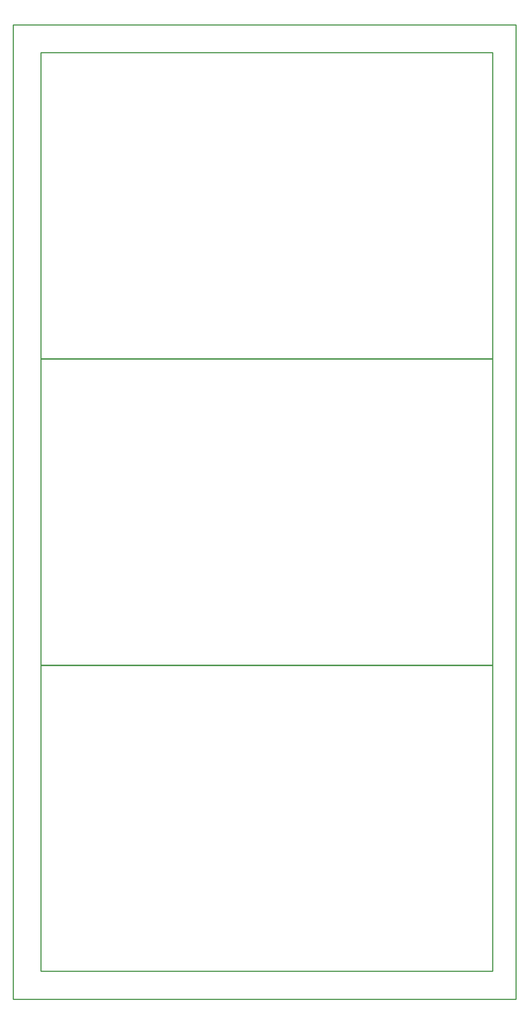
<source format=gbr>
G04 Generated on UCAM*
%FSLAX25Y25*%
%MOIN*%
%IPPOS*%
%ADD10C,0.01000*%
%SRX1Y1I0.00000J0.00000*%
%LN25543_extra_outline*%
%LPD*%
D10*
X552720Y92720D02*
Y982870D01*
X92720*
Y92720*
X552720*
X118110Y397640D02*
Y118110D01*
X531500*
Y397640*
X118110*
X118110Y677560D02*
Y398030D01*
X531500*
Y677560*
X118110*
X118110Y957480D02*
Y677950D01*
X531500*
Y957480*
X118110*
%LPD*%
M02*
</source>
